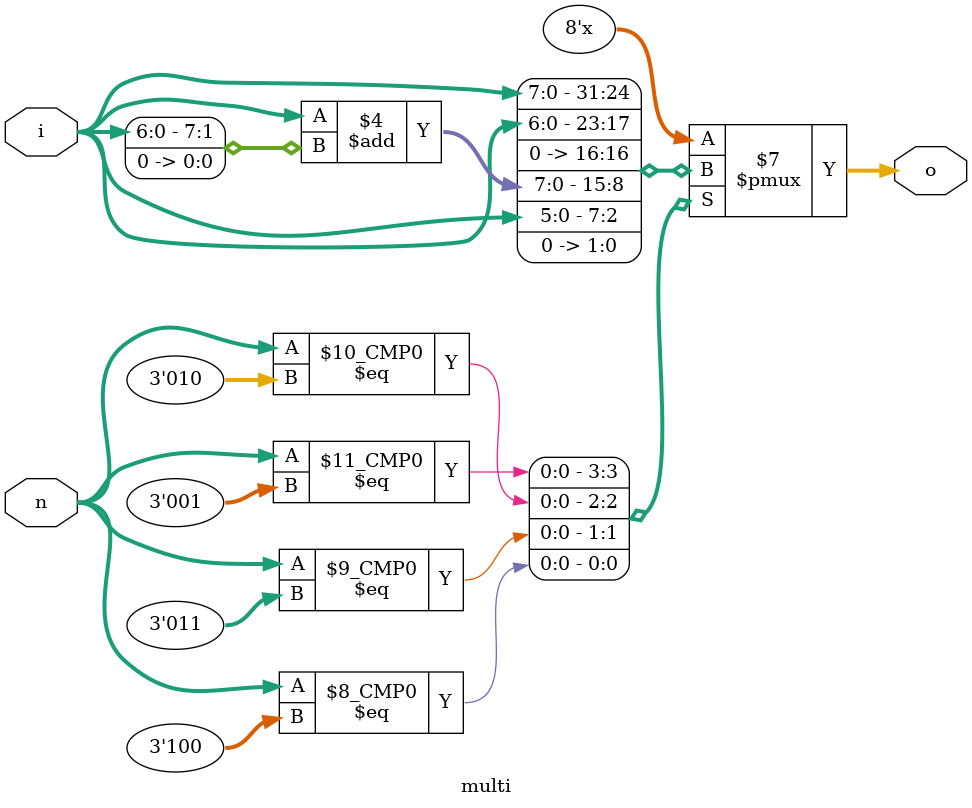
<source format=sv>
module multi(output logic [7:0] o, input [7:0] i, input [2:0] n);
  always_comb
    case(n)
      3'b1: o = i;
      3'b10: o = i<<1;
      3'b11: o = i + (i<<1);
      3'b100: o = i<<2;
      default: o = 8'bxxxxxxxx;
    endcase
endmodule

</source>
